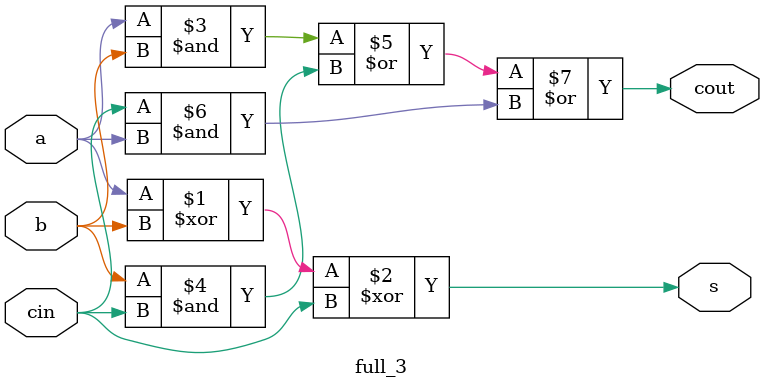
<source format=v>
module fourbitadd(
input [3:0]a,b,
output [3:0]sum, 
output cout
);

wire c1,c2,c3,c4;

full_3 ad0( .a(a[0]), .b(b[0]),.cin(0), .s(sum[0]), .cout(c1));
full_3 ad1( .a(a[1]), .b(b[1]),.cin(c1), .s(sum[1]), .cout(c2));
full_3 ad2( .a(a[2]), .b(b[2]),.cin(c2), .s(sum[2]), .cout(c3));
full_3 ad3( .a(a[3]), .b(b[3]),.cin(c3), .s(sum[3]), .cout(c4));
assign cout= c4;

endmodule

module full_3(a,b,cin,s,cout);
input a,b,cin;
output s, cout;
assign s=a^b^cin;
assign cout = (a&b) | (b&cin) | (cin&a);

endmodule

</source>
